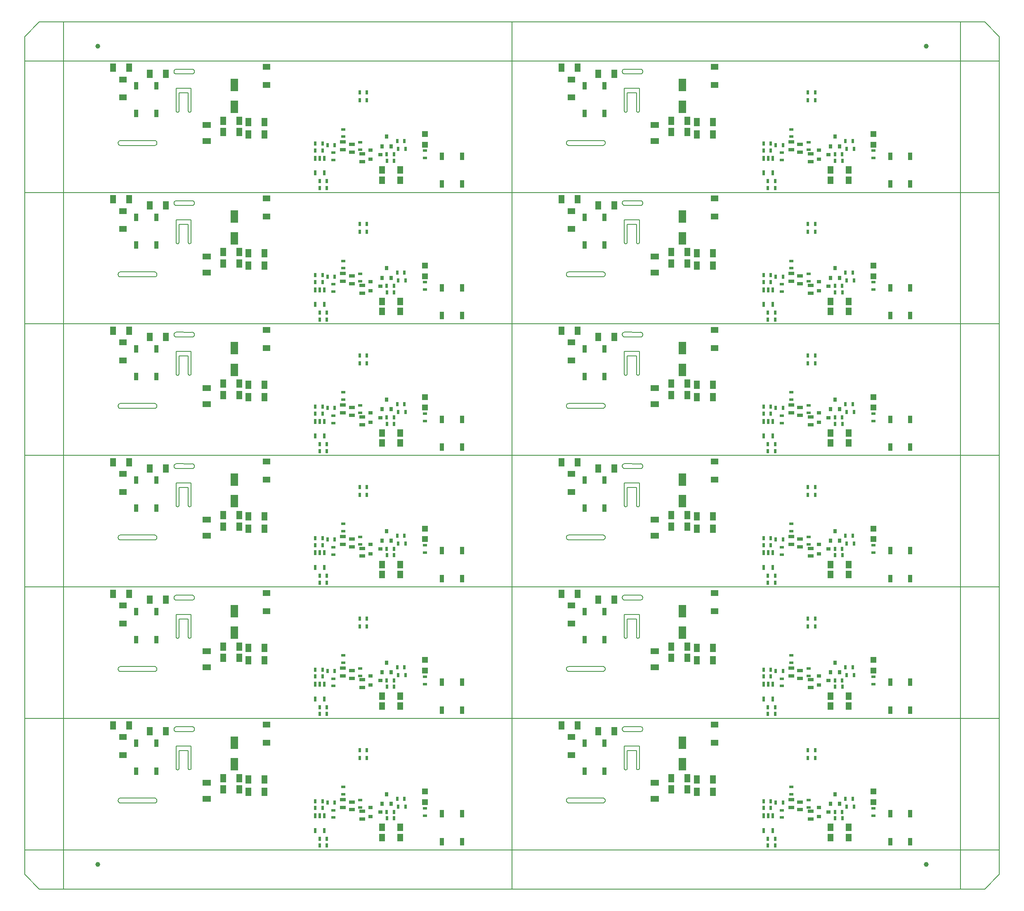
<source format=gbp>
*
%LPD*%
%LNs2b9624c.gbp*%
%FSLAX24Y24*%
%MOIN*%
%AD*%
%ADD18C,0.005906*%
%ADD19C,0.03937*%
%ADD25R,0.047244X0.066929*%
%ADD26R,0.061024X0.051181*%
%ADD27R,0.066929X0.047244*%
%ADD28R,0.035433X0.059055*%
%ADD29R,0.062992X0.100394*%
%ADD30R,0.019685X0.035433*%
%ADD31R,0.035433X0.019685*%
%ADD32R,0.051181X0.047244*%
%ADD33R,0.047244X0.031496*%
%ADD34R,0.035433X0.031496*%
%ADD35R,0.031496X0.035433*%
%ADD36R,0.051181X0.059055*%
%ADD37R,0.018898X0.04*%
G54D18*
%SRX1Y1I0.0J0.0*%
G1X75590Y3150D2*
G1X75590Y13780D1*
G1X39370Y13780D1*
G1X39370Y3150D1*
G1X75590Y3150D1*
G1X46674Y7349D2*
G1X43990Y7350D1*
G1X43991Y6950D2*
G1X43946Y6949D1*
G1X43903Y6958D1*
G1X43862Y6976D1*
G1X43827Y7003D1*
G1X43798Y7037D1*
G1X43777Y7077D1*
G1X43766Y7120D1*
G1X43764Y7164D1*
G1X43773Y7208D1*
G1X43790Y7249D1*
G1X43816Y7285D1*
G1X43850Y7315D1*
G1X43889Y7336D1*
G1X43931Y7348D1*
G1X43976Y7351D1*
G1X43990Y7350D1*
G1X43990Y6950D2*
G1X46674Y6949D1*
G1X46674Y7349D2*
G1X46718Y7350D1*
G1X46762Y7341D1*
G1X46803Y7322D1*
G1X46838Y7295D1*
G1X46867Y7261D1*
G1X46887Y7222D1*
G1X46899Y7179D1*
G1X46900Y7134D1*
G1X46892Y7091D1*
G1X46874Y7050D1*
G1X46848Y7014D1*
G1X46815Y6984D1*
G1X46776Y6963D1*
G1X46733Y6950D1*
G1X46689Y6948D1*
G1X46674Y6949D1*
G1X49691Y13106D2*
G1X48459Y13114D1*
G1X48488Y12719D2*
G1X48444Y12721D1*
G1X48402Y12732D1*
G1X48362Y12753D1*
G1X48329Y12781D1*
G1X48303Y12817D1*
G1X48285Y12857D1*
G1X48276Y12900D1*
G1X48277Y12944D1*
G1X48288Y12987D1*
G1X48309Y13026D1*
G1X48337Y13060D1*
G1X48372Y13087D1*
G1X48412Y13105D1*
G1X48456Y13114D1*
G1X48459Y13114D1*
G1X48488Y12719D2*
G1X49730Y12722D1*
G1X49691Y13106D2*
G1X49734Y13111D1*
G1X49778Y13106D1*
G1X49819Y13092D1*
G1X49856Y13069D1*
G1X49887Y13038D1*
G1X49910Y13001D1*
G1X49925Y12959D1*
G1X49930Y12916D1*
G1X49925Y12872D1*
G1X49910Y12831D1*
G1X49886Y12794D1*
G1X49855Y12763D1*
G1X49818Y12740D1*
G1X49777Y12726D1*
G1X49733Y12722D1*
G1X49730Y12722D1*
G1X49659Y9760D2*
G1X49659Y11565D1*
G1X48441Y11555D1*
G1X48441Y9750D1*
G1X48679Y9750D2*
G1X48675Y9716D1*
G1X48660Y9685D1*
G1X48638Y9659D1*
G1X48609Y9641D1*
G1X48576Y9632D1*
G1X48542Y9632D1*
G1X48509Y9642D1*
G1X48481Y9661D1*
G1X48459Y9687D1*
G1X48445Y9719D1*
G1X48441Y9750D1*
G1X48679Y9750D2*
G1X48679Y11200D1*
G1X49422Y11200D1*
G1X49422Y9750D1*
G1X49659Y9759D2*
G1X49656Y9726D1*
G1X49643Y9694D1*
G1X49621Y9667D1*
G1X49593Y9648D1*
G1X49561Y9637D1*
G1X49526Y9637D1*
G1X49494Y9645D1*
G1X49464Y9663D1*
G1X49442Y9689D1*
G1X49427Y9719D1*
G1X49422Y9750D1*
G1X75590Y13780D2*
G1X75590Y24409D1*
G1X39370Y24409D1*
G1X39370Y13780D1*
G1X75590Y13780D1*
G1X46674Y17979D2*
G1X43990Y17979D1*
G1X43991Y17579D2*
G1X43946Y17579D1*
G1X43903Y17588D1*
G1X43862Y17606D1*
G1X43827Y17633D1*
G1X43798Y17667D1*
G1X43777Y17707D1*
G1X43766Y17750D1*
G1X43764Y17794D1*
G1X43773Y17838D1*
G1X43790Y17879D1*
G1X43816Y17915D1*
G1X43850Y17944D1*
G1X43889Y17966D1*
G1X43931Y17978D1*
G1X43976Y17981D1*
G1X43990Y17979D1*
G1X43990Y17579D2*
G1X46674Y17579D1*
G1X46674Y17979D2*
G1X46718Y17980D1*
G1X46762Y17971D1*
G1X46803Y17952D1*
G1X46838Y17925D1*
G1X46867Y17891D1*
G1X46887Y17852D1*
G1X46899Y17809D1*
G1X46900Y17764D1*
G1X46892Y17720D1*
G1X46874Y17680D1*
G1X46848Y17643D1*
G1X46815Y17614D1*
G1X46776Y17593D1*
G1X46733Y17580D1*
G1X46689Y17578D1*
G1X46674Y17579D1*
G1X49691Y23736D2*
G1X48459Y23744D1*
G1X48488Y23349D2*
G1X48444Y23351D1*
G1X48402Y23362D1*
G1X48362Y23383D1*
G1X48329Y23411D1*
G1X48303Y23447D1*
G1X48285Y23487D1*
G1X48276Y23530D1*
G1X48277Y23574D1*
G1X48288Y23617D1*
G1X48309Y23656D1*
G1X48337Y23690D1*
G1X48372Y23717D1*
G1X48412Y23735D1*
G1X48456Y23744D1*
G1X48459Y23744D1*
G1X48488Y23349D2*
G1X49730Y23351D1*
G1X49691Y23736D2*
G1X49734Y23741D1*
G1X49778Y23736D1*
G1X49819Y23722D1*
G1X49856Y23699D1*
G1X49887Y23668D1*
G1X49910Y23631D1*
G1X49925Y23589D1*
G1X49930Y23546D1*
G1X49925Y23502D1*
G1X49910Y23461D1*
G1X49886Y23424D1*
G1X49855Y23393D1*
G1X49818Y23370D1*
G1X49777Y23356D1*
G1X49733Y23351D1*
G1X49730Y23351D1*
G1X49659Y20389D2*
G1X49659Y22195D1*
G1X48441Y22185D1*
G1X48441Y20379D1*
G1X48679Y20379D2*
G1X48675Y20346D1*
G1X48660Y20315D1*
G1X48638Y20289D1*
G1X48609Y20271D1*
G1X48576Y20261D1*
G1X48542Y20262D1*
G1X48509Y20272D1*
G1X48481Y20291D1*
G1X48459Y20317D1*
G1X48445Y20349D1*
G1X48441Y20379D1*
G1X48679Y20379D2*
G1X48679Y21830D1*
G1X49422Y21830D1*
G1X49422Y20379D1*
G1X49659Y20389D2*
G1X49656Y20355D1*
G1X49643Y20324D1*
G1X49621Y20297D1*
G1X49593Y20278D1*
G1X49561Y20267D1*
G1X49526Y20266D1*
G1X49494Y20275D1*
G1X49464Y20293D1*
G1X49442Y20318D1*
G1X49427Y20349D1*
G1X49422Y20379D1*
G1X75590Y24409D2*
G1X75590Y35039D1*
G1X39370Y35039D1*
G1X39370Y24409D1*
G1X75590Y24409D1*
G1X46674Y28609D2*
G1X43990Y28609D1*
G1X43991Y28209D2*
G1X43946Y28209D1*
G1X43903Y28218D1*
G1X43862Y28236D1*
G1X43827Y28263D1*
G1X43798Y28297D1*
G1X43777Y28337D1*
G1X43766Y28380D1*
G1X43764Y28424D1*
G1X43773Y28468D1*
G1X43790Y28509D1*
G1X43816Y28545D1*
G1X43850Y28574D1*
G1X43889Y28596D1*
G1X43931Y28608D1*
G1X43976Y28611D1*
G1X43990Y28609D1*
G1X43990Y28209D2*
G1X46674Y28209D1*
G1X46674Y28609D2*
G1X46718Y28610D1*
G1X46762Y28600D1*
G1X46803Y28582D1*
G1X46838Y28555D1*
G1X46867Y28521D1*
G1X46887Y28482D1*
G1X46899Y28439D1*
G1X46900Y28394D1*
G1X46892Y28350D1*
G1X46874Y28309D1*
G1X46848Y28273D1*
G1X46815Y28244D1*
G1X46776Y28223D1*
G1X46733Y28210D1*
G1X46689Y28208D1*
G1X46674Y28209D1*
G1X49691Y34366D2*
G1X48459Y34374D1*
G1X48488Y33979D2*
G1X48444Y33980D1*
G1X48402Y33992D1*
G1X48362Y34012D1*
G1X48329Y34041D1*
G1X48303Y34076D1*
G1X48285Y34117D1*
G1X48276Y34160D1*
G1X48277Y34204D1*
G1X48288Y34247D1*
G1X48309Y34286D1*
G1X48337Y34320D1*
G1X48372Y34346D1*
G1X48412Y34365D1*
G1X48456Y34373D1*
G1X48459Y34374D1*
G1X48488Y33979D2*
G1X49730Y33981D1*
G1X49691Y34366D2*
G1X49734Y34371D1*
G1X49778Y34366D1*
G1X49819Y34352D1*
G1X49856Y34328D1*
G1X49887Y34297D1*
G1X49910Y34260D1*
G1X49925Y34219D1*
G1X49930Y34175D1*
G1X49925Y34132D1*
G1X49910Y34091D1*
G1X49886Y34054D1*
G1X49855Y34023D1*
G1X49818Y34000D1*
G1X49777Y33986D1*
G1X49733Y33981D1*
G1X49730Y33981D1*
G1X49659Y31019D2*
G1X49659Y32825D1*
G1X48441Y32815D1*
G1X48441Y31009D1*
G1X48679Y31009D2*
G1X48675Y30976D1*
G1X48660Y30945D1*
G1X48638Y30919D1*
G1X48609Y30901D1*
G1X48576Y30891D1*
G1X48542Y30892D1*
G1X48509Y30902D1*
G1X48481Y30921D1*
G1X48459Y30947D1*
G1X48445Y30979D1*
G1X48441Y31009D1*
G1X48679Y31009D2*
G1X48679Y32459D1*
G1X49422Y32459D1*
G1X49422Y31009D1*
G1X49659Y31019D2*
G1X49656Y30985D1*
G1X49643Y30954D1*
G1X49621Y30927D1*
G1X49593Y30908D1*
G1X49561Y30897D1*
G1X49526Y30896D1*
G1X49494Y30905D1*
G1X49464Y30923D1*
G1X49442Y30948D1*
G1X49427Y30979D1*
G1X49422Y31009D1*
G1X75590Y35039D2*
G1X75590Y45669D1*
G1X39370Y45669D1*
G1X39370Y35039D1*
G1X75590Y35039D1*
G1X46674Y39239D2*
G1X43990Y39239D1*
G1X43991Y38839D2*
G1X43946Y38839D1*
G1X43903Y38848D1*
G1X43862Y38866D1*
G1X43827Y38893D1*
G1X43798Y38927D1*
G1X43777Y38967D1*
G1X43766Y39010D1*
G1X43764Y39054D1*
G1X43773Y39098D1*
G1X43790Y39139D1*
G1X43816Y39175D1*
G1X43850Y39204D1*
G1X43889Y39226D1*
G1X43931Y39238D1*
G1X43976Y39241D1*
G1X43990Y39239D1*
G1X43990Y38839D2*
G1X46674Y38839D1*
G1X46674Y39239D2*
G1X46718Y39240D1*
G1X46762Y39230D1*
G1X46803Y39212D1*
G1X46838Y39185D1*
G1X46867Y39151D1*
G1X46887Y39111D1*
G1X46899Y39068D1*
G1X46900Y39024D1*
G1X46892Y38980D1*
G1X46874Y38939D1*
G1X46848Y38903D1*
G1X46815Y38874D1*
G1X46776Y38852D1*
G1X46733Y38840D1*
G1X46689Y38838D1*
G1X46674Y38839D1*
G1X49691Y44996D2*
G1X48459Y45004D1*
G1X48488Y44609D2*
G1X48444Y44610D1*
G1X48402Y44622D1*
G1X48362Y44642D1*
G1X48329Y44671D1*
G1X48303Y44706D1*
G1X48285Y44747D1*
G1X48276Y44790D1*
G1X48277Y44834D1*
G1X48288Y44877D1*
G1X48309Y44916D1*
G1X48337Y44950D1*
G1X48372Y44976D1*
G1X48412Y44995D1*
G1X48456Y45003D1*
G1X48459Y45004D1*
G1X48488Y44609D2*
G1X49730Y44611D1*
G1X49691Y44996D2*
G1X49734Y45001D1*
G1X49778Y44996D1*
G1X49819Y44982D1*
G1X49856Y44958D1*
G1X49887Y44927D1*
G1X49910Y44890D1*
G1X49925Y44849D1*
G1X49930Y44805D1*
G1X49925Y44762D1*
G1X49910Y44721D1*
G1X49886Y44684D1*
G1X49855Y44653D1*
G1X49818Y44630D1*
G1X49777Y44616D1*
G1X49733Y44611D1*
G1X49730Y44611D1*
G1X49659Y41649D2*
G1X49659Y43455D1*
G1X48441Y43445D1*
G1X48441Y41639D1*
G1X48679Y41639D2*
G1X48675Y41605D1*
G1X48660Y41574D1*
G1X48638Y41549D1*
G1X48609Y41531D1*
G1X48576Y41521D1*
G1X48542Y41522D1*
G1X48509Y41532D1*
G1X48481Y41551D1*
G1X48459Y41577D1*
G1X48445Y41608D1*
G1X48441Y41639D1*
G1X48679Y41639D2*
G1X48679Y43089D1*
G1X49422Y43089D1*
G1X49422Y41639D1*
G1X49659Y41649D2*
G1X49656Y41615D1*
G1X49643Y41584D1*
G1X49621Y41557D1*
G1X49593Y41538D1*
G1X49561Y41527D1*
G1X49526Y41526D1*
G1X49494Y41535D1*
G1X49464Y41553D1*
G1X49442Y41578D1*
G1X49427Y41609D1*
G1X49422Y41639D1*
G1X75590Y45669D2*
G1X75590Y56299D1*
G1X39370Y56299D1*
G1X39370Y45669D1*
G1X75590Y45669D1*
G1X46674Y49869D2*
G1X43990Y49869D1*
G1X43991Y49469D2*
G1X43946Y49469D1*
G1X43903Y49478D1*
G1X43862Y49496D1*
G1X43827Y49523D1*
G1X43798Y49557D1*
G1X43777Y49597D1*
G1X43766Y49640D1*
G1X43764Y49684D1*
G1X43773Y49728D1*
G1X43790Y49769D1*
G1X43816Y49805D1*
G1X43850Y49834D1*
G1X43889Y49856D1*
G1X43931Y49868D1*
G1X43976Y49871D1*
G1X43990Y49869D1*
G1X43990Y49469D2*
G1X46674Y49469D1*
G1X46674Y49869D2*
G1X46718Y49870D1*
G1X46762Y49860D1*
G1X46803Y49842D1*
G1X46838Y49815D1*
G1X46867Y49781D1*
G1X46887Y49741D1*
G1X46899Y49698D1*
G1X46900Y49654D1*
G1X46892Y49610D1*
G1X46874Y49569D1*
G1X46848Y49533D1*
G1X46815Y49504D1*
G1X46776Y49482D1*
G1X46733Y49470D1*
G1X46689Y49468D1*
G1X46674Y49469D1*
G1X49691Y55626D2*
G1X48459Y55633D1*
G1X48488Y55239D2*
G1X48444Y55240D1*
G1X48402Y55252D1*
G1X48362Y55272D1*
G1X48329Y55301D1*
G1X48303Y55336D1*
G1X48285Y55376D1*
G1X48276Y55420D1*
G1X48277Y55464D1*
G1X48288Y55507D1*
G1X48309Y55546D1*
G1X48337Y55580D1*
G1X48372Y55606D1*
G1X48412Y55624D1*
G1X48456Y55633D1*
G1X48459Y55633D1*
G1X48488Y55239D2*
G1X49730Y55241D1*
G1X49691Y55626D2*
G1X49734Y55631D1*
G1X49778Y55626D1*
G1X49819Y55612D1*
G1X49856Y55588D1*
G1X49887Y55557D1*
G1X49910Y55520D1*
G1X49925Y55479D1*
G1X49930Y55435D1*
G1X49925Y55392D1*
G1X49910Y55351D1*
G1X49886Y55314D1*
G1X49855Y55283D1*
G1X49818Y55260D1*
G1X49777Y55246D1*
G1X49733Y55241D1*
G1X49730Y55241D1*
G1X49659Y52279D2*
G1X49659Y54085D1*
G1X48441Y54075D1*
G1X48441Y52269D1*
G1X48679Y52269D2*
G1X48675Y52235D1*
G1X48660Y52204D1*
G1X48638Y52179D1*
G1X48609Y52161D1*
G1X48576Y52151D1*
G1X48542Y52152D1*
G1X48509Y52162D1*
G1X48481Y52181D1*
G1X48459Y52207D1*
G1X48445Y52238D1*
G1X48441Y52269D1*
G1X48679Y52269D2*
G1X48679Y53719D1*
G1X49422Y53719D1*
G1X49422Y52269D1*
G1X49659Y52279D2*
G1X49656Y52245D1*
G1X49643Y52214D1*
G1X49621Y52187D1*
G1X49593Y52168D1*
G1X49561Y52157D1*
G1X49526Y52156D1*
G1X49494Y52165D1*
G1X49464Y52183D1*
G1X49442Y52208D1*
G1X49427Y52239D1*
G1X49422Y52269D1*
G1X75590Y56299D2*
G1X75590Y66929D1*
G1X39370Y66929D1*
G1X39370Y56299D1*
G1X75590Y56299D1*
G1X46674Y60499D2*
G1X43990Y60499D1*
G1X43991Y60099D2*
G1X43946Y60098D1*
G1X43903Y60107D1*
G1X43862Y60126D1*
G1X43827Y60153D1*
G1X43798Y60187D1*
G1X43777Y60226D1*
G1X43766Y60269D1*
G1X43764Y60314D1*
G1X43773Y60358D1*
G1X43790Y60399D1*
G1X43816Y60435D1*
G1X43850Y60464D1*
G1X43889Y60485D1*
G1X43931Y60498D1*
G1X43976Y60500D1*
G1X43990Y60499D1*
G1X43990Y60099D2*
G1X46674Y60099D1*
G1X46674Y60499D2*
G1X46718Y60499D1*
G1X46762Y60490D1*
G1X46803Y60472D1*
G1X46838Y60445D1*
G1X46867Y60411D1*
G1X46887Y60371D1*
G1X46899Y60328D1*
G1X46900Y60284D1*
G1X46892Y60240D1*
G1X46874Y60199D1*
G1X46848Y60163D1*
G1X46815Y60134D1*
G1X46776Y60112D1*
G1X46733Y60100D1*
G1X46689Y60097D1*
G1X46674Y60099D1*
G1X49691Y66256D2*
G1X48459Y66263D1*
G1X48488Y65869D2*
G1X48444Y65870D1*
G1X48402Y65882D1*
G1X48362Y65902D1*
G1X48329Y65931D1*
G1X48303Y65966D1*
G1X48285Y66006D1*
G1X48276Y66050D1*
G1X48277Y66094D1*
G1X48288Y66136D1*
G1X48309Y66176D1*
G1X48337Y66209D1*
G1X48372Y66236D1*
G1X48412Y66254D1*
G1X48456Y66263D1*
G1X48459Y66263D1*
G1X48488Y65869D2*
G1X49730Y65871D1*
G1X49691Y66256D2*
G1X49734Y66261D1*
G1X49778Y66256D1*
G1X49819Y66241D1*
G1X49856Y66218D1*
G1X49887Y66187D1*
G1X49910Y66150D1*
G1X49925Y66109D1*
G1X49930Y66065D1*
G1X49925Y66022D1*
G1X49910Y65980D1*
G1X49886Y65944D1*
G1X49855Y65913D1*
G1X49818Y65890D1*
G1X49777Y65875D1*
G1X49733Y65871D1*
G1X49730Y65871D1*
G1X49659Y62909D2*
G1X49659Y64715D1*
G1X48441Y64705D1*
G1X48441Y62899D1*
G1X48679Y62899D2*
G1X48675Y62865D1*
G1X48660Y62834D1*
G1X48638Y62809D1*
G1X48609Y62790D1*
G1X48576Y62781D1*
G1X48542Y62782D1*
G1X48509Y62792D1*
G1X48481Y62811D1*
G1X48459Y62837D1*
G1X48445Y62868D1*
G1X48441Y62899D1*
G1X48679Y62899D2*
G1X48679Y64349D1*
G1X49422Y64349D1*
G1X49422Y62899D1*
G1X49659Y62909D2*
G1X49656Y62875D1*
G1X49643Y62843D1*
G1X49621Y62817D1*
G1X49593Y62798D1*
G1X49561Y62787D1*
G1X49526Y62786D1*
G1X49494Y62795D1*
G1X49464Y62813D1*
G1X49442Y62838D1*
G1X49427Y62869D1*
G1X49422Y62899D1*
G1X39370Y3150D2*
G1X39370Y13780D1*
G1X3150Y13780D1*
G1X3150Y3150D1*
G1X39370Y3150D1*
G1X10454Y7349D2*
G1X7770Y7350D1*
G1X7770Y6950D2*
G1X7726Y6949D1*
G1X7682Y6958D1*
G1X7642Y6976D1*
G1X7606Y7003D1*
G1X7577Y7037D1*
G1X7557Y7077D1*
G1X7546Y7120D1*
G1X7544Y7164D1*
G1X7552Y7208D1*
G1X7570Y7249D1*
G1X7596Y7285D1*
G1X7629Y7315D1*
G1X7668Y7336D1*
G1X7711Y7348D1*
G1X7755Y7351D1*
G1X7770Y7350D1*
G1X7770Y6950D2*
G1X10454Y6949D1*
G1X10453Y7349D2*
G1X10498Y7350D1*
G1X10542Y7341D1*
G1X10582Y7322D1*
G1X10618Y7295D1*
G1X10646Y7261D1*
G1X10667Y7222D1*
G1X10678Y7179D1*
G1X10680Y7134D1*
G1X10672Y7091D1*
G1X10654Y7050D1*
G1X10628Y7014D1*
G1X10594Y6984D1*
G1X10555Y6963D1*
G1X10513Y6950D1*
G1X10468Y6948D1*
G1X10454Y6949D1*
G1X13470Y13106D2*
G1X12238Y13114D1*
G1X12268Y12719D2*
G1X12224Y12721D1*
G1X12181Y12732D1*
G1X12142Y12753D1*
G1X12109Y12781D1*
G1X12082Y12817D1*
G1X12064Y12857D1*
G1X12056Y12900D1*
G1X12057Y12944D1*
G1X12068Y12987D1*
G1X12088Y13026D1*
G1X12117Y13060D1*
G1X12152Y13087D1*
G1X12192Y13105D1*
G1X12235Y13114D1*
G1X12238Y13114D1*
G1X12268Y12719D2*
G1X13510Y12722D1*
G1X13471Y13106D2*
G1X13514Y13111D1*
G1X13558Y13106D1*
G1X13599Y13092D1*
G1X13636Y13069D1*
G1X13667Y13038D1*
G1X13690Y13001D1*
G1X13704Y12959D1*
G1X13709Y12916D1*
G1X13704Y12872D1*
G1X13689Y12831D1*
G1X13666Y12794D1*
G1X13635Y12763D1*
G1X13598Y12740D1*
G1X13556Y12726D1*
G1X13513Y12722D1*
G1X13510Y12722D1*
G1X13439Y9760D2*
G1X13439Y11565D1*
G1X12221Y11555D1*
G1X12221Y9750D1*
G1X12459Y9750D2*
G1X12454Y9716D1*
G1X12440Y9685D1*
G1X12417Y9659D1*
G1X12388Y9641D1*
G1X12356Y9632D1*
G1X12321Y9632D1*
G1X12289Y9642D1*
G1X12260Y9661D1*
G1X12239Y9687D1*
G1X12225Y9719D1*
G1X12221Y9750D1*
G1X12459Y9750D2*
G1X12459Y11200D1*
G1X13201Y11200D1*
G1X13201Y9750D1*
G1X13439Y9759D2*
G1X13435Y9726D1*
G1X13422Y9694D1*
G1X13401Y9667D1*
G1X13373Y9648D1*
G1X13340Y9637D1*
G1X13306Y9637D1*
G1X13273Y9645D1*
G1X13244Y9663D1*
G1X13221Y9689D1*
G1X13206Y9719D1*
G1X13201Y9750D1*
G1X39370Y13780D2*
G1X39370Y24409D1*
G1X3150Y24409D1*
G1X3150Y13780D1*
G1X39370Y13780D1*
G1X10454Y17979D2*
G1X7770Y17979D1*
G1X7770Y17579D2*
G1X7726Y17579D1*
G1X7682Y17588D1*
G1X7642Y17606D1*
G1X7606Y17633D1*
G1X7577Y17667D1*
G1X7557Y17707D1*
G1X7546Y17750D1*
G1X7544Y17794D1*
G1X7552Y17838D1*
G1X7570Y17879D1*
G1X7596Y17915D1*
G1X7629Y17944D1*
G1X7668Y17966D1*
G1X7711Y17978D1*
G1X7755Y17981D1*
G1X7770Y17979D1*
G1X7770Y17579D2*
G1X10454Y17579D1*
G1X10453Y17979D2*
G1X10498Y17980D1*
G1X10542Y17971D1*
G1X10582Y17952D1*
G1X10618Y17925D1*
G1X10646Y17891D1*
G1X10667Y17852D1*
G1X10678Y17809D1*
G1X10680Y17764D1*
G1X10672Y17720D1*
G1X10654Y17680D1*
G1X10628Y17643D1*
G1X10594Y17614D1*
G1X10555Y17593D1*
G1X10513Y17580D1*
G1X10468Y17578D1*
G1X10454Y17579D1*
G1X13470Y23736D2*
G1X12238Y23744D1*
G1X12268Y23349D2*
G1X12224Y23351D1*
G1X12181Y23362D1*
G1X12142Y23383D1*
G1X12109Y23411D1*
G1X12082Y23447D1*
G1X12064Y23487D1*
G1X12056Y23530D1*
G1X12057Y23574D1*
G1X12068Y23617D1*
G1X12088Y23656D1*
G1X12117Y23690D1*
G1X12152Y23717D1*
G1X12192Y23735D1*
G1X12235Y23744D1*
G1X12238Y23744D1*
G1X12268Y23349D2*
G1X13510Y23351D1*
G1X13471Y23736D2*
G1X13514Y23741D1*
G1X13558Y23736D1*
G1X13599Y23722D1*
G1X13636Y23699D1*
G1X13667Y23668D1*
G1X13690Y23631D1*
G1X13704Y23589D1*
G1X13709Y23546D1*
G1X13704Y23502D1*
G1X13689Y23461D1*
G1X13666Y23424D1*
G1X13635Y23393D1*
G1X13598Y23370D1*
G1X13556Y23356D1*
G1X13513Y23351D1*
G1X13510Y23351D1*
G1X13439Y20389D2*
G1X13439Y22195D1*
G1X12221Y22185D1*
G1X12221Y20379D1*
G1X12459Y20379D2*
G1X12454Y20346D1*
G1X12440Y20315D1*
G1X12417Y20289D1*
G1X12388Y20271D1*
G1X12356Y20261D1*
G1X12321Y20262D1*
G1X12289Y20272D1*
G1X12260Y20291D1*
G1X12239Y20317D1*
G1X12225Y20349D1*
G1X12221Y20379D1*
G1X12459Y20379D2*
G1X12459Y21830D1*
G1X13201Y21830D1*
G1X13201Y20379D1*
G1X13439Y20389D2*
G1X13435Y20355D1*
G1X13422Y20324D1*
G1X13401Y20297D1*
G1X13373Y20278D1*
G1X13340Y20267D1*
G1X13306Y20266D1*
G1X13273Y20275D1*
G1X13244Y20293D1*
G1X13221Y20318D1*
G1X13206Y20349D1*
G1X13201Y20379D1*
G1X39370Y24409D2*
G1X39370Y35039D1*
G1X3150Y35039D1*
G1X3150Y24409D1*
G1X39370Y24409D1*
G1X10454Y28609D2*
G1X7770Y28609D1*
G1X7770Y28209D2*
G1X7726Y28209D1*
G1X7682Y28218D1*
G1X7642Y28236D1*
G1X7606Y28263D1*
G1X7577Y28297D1*
G1X7557Y28337D1*
G1X7546Y28380D1*
G1X7544Y28424D1*
G1X7552Y28468D1*
G1X7570Y28509D1*
G1X7596Y28545D1*
G1X7629Y28574D1*
G1X7668Y28596D1*
G1X7711Y28608D1*
G1X7755Y28611D1*
G1X7770Y28609D1*
G1X7770Y28209D2*
G1X10454Y28209D1*
G1X10453Y28609D2*
G1X10498Y28610D1*
G1X10542Y28600D1*
G1X10582Y28582D1*
G1X10618Y28555D1*
G1X10646Y28521D1*
G1X10667Y28482D1*
G1X10678Y28439D1*
G1X10680Y28394D1*
G1X10672Y28350D1*
G1X10654Y28309D1*
G1X10628Y28273D1*
G1X10594Y28244D1*
G1X10555Y28223D1*
G1X10513Y28210D1*
G1X10468Y28208D1*
G1X10454Y28209D1*
G1X13470Y34366D2*
G1X12238Y34374D1*
G1X12268Y33979D2*
G1X12224Y33980D1*
G1X12181Y33992D1*
G1X12142Y34012D1*
G1X12109Y34041D1*
G1X12082Y34076D1*
G1X12064Y34117D1*
G1X12056Y34160D1*
G1X12057Y34204D1*
G1X12068Y34247D1*
G1X12088Y34286D1*
G1X12117Y34320D1*
G1X12152Y34346D1*
G1X12192Y34365D1*
G1X12235Y34373D1*
G1X12238Y34374D1*
G1X12268Y33979D2*
G1X13510Y33981D1*
G1X13471Y34366D2*
G1X13514Y34371D1*
G1X13558Y34366D1*
G1X13599Y34352D1*
G1X13636Y34328D1*
G1X13667Y34297D1*
G1X13690Y34260D1*
G1X13704Y34219D1*
G1X13709Y34175D1*
G1X13704Y34132D1*
G1X13689Y34091D1*
G1X13666Y34054D1*
G1X13635Y34023D1*
G1X13598Y34000D1*
G1X13556Y33986D1*
G1X13513Y33981D1*
G1X13510Y33981D1*
G1X13439Y31019D2*
G1X13439Y32825D1*
G1X12221Y32815D1*
G1X12221Y31009D1*
G1X12459Y31009D2*
G1X12454Y30976D1*
G1X12440Y30945D1*
G1X12417Y30919D1*
G1X12388Y30901D1*
G1X12356Y30891D1*
G1X12321Y30892D1*
G1X12289Y30902D1*
G1X12260Y30921D1*
G1X12239Y30947D1*
G1X12225Y30979D1*
G1X12221Y31009D1*
G1X12459Y31009D2*
G1X12459Y32459D1*
G1X13201Y32459D1*
G1X13201Y31009D1*
G1X13439Y31019D2*
G1X13435Y30985D1*
G1X13422Y30954D1*
G1X13401Y30927D1*
G1X13373Y30908D1*
G1X13340Y30897D1*
G1X13306Y30896D1*
G1X13273Y30905D1*
G1X13244Y30923D1*
G1X13221Y30948D1*
G1X13206Y30979D1*
G1X13201Y31009D1*
G1X39370Y35039D2*
G1X39370Y45669D1*
G1X3150Y45669D1*
G1X3150Y35039D1*
G1X39370Y35039D1*
G1X10454Y39239D2*
G1X7770Y39239D1*
G1X7770Y38839D2*
G1X7726Y38839D1*
G1X7682Y38848D1*
G1X7642Y38866D1*
G1X7606Y38893D1*
G1X7577Y38927D1*
G1X7557Y38967D1*
G1X7546Y39010D1*
G1X7544Y39054D1*
G1X7552Y39098D1*
G1X7570Y39139D1*
G1X7596Y39175D1*
G1X7629Y39204D1*
G1X7668Y39226D1*
G1X7711Y39238D1*
G1X7755Y39241D1*
G1X7770Y39239D1*
G1X7770Y38839D2*
G1X10454Y38839D1*
G1X10453Y39239D2*
G1X10498Y39240D1*
G1X10542Y39230D1*
G1X10582Y39212D1*
G1X10618Y39185D1*
G1X10646Y39151D1*
G1X10667Y39111D1*
G1X10678Y39068D1*
G1X10680Y39024D1*
G1X10672Y38980D1*
G1X10654Y38939D1*
G1X10628Y38903D1*
G1X10594Y38874D1*
G1X10555Y38852D1*
G1X10513Y38840D1*
G1X10468Y38838D1*
G1X10454Y38839D1*
G1X13470Y44996D2*
G1X12238Y45004D1*
G1X12268Y44609D2*
G1X12224Y44610D1*
G1X12181Y44622D1*
G1X12142Y44642D1*
G1X12109Y44671D1*
G1X12082Y44706D1*
G1X12064Y44747D1*
G1X12056Y44790D1*
G1X12057Y44834D1*
G1X12068Y44877D1*
G1X12088Y44916D1*
G1X12117Y44950D1*
G1X12152Y44976D1*
G1X12192Y44995D1*
G1X12235Y45003D1*
G1X12238Y45004D1*
G1X12268Y44609D2*
G1X13510Y44611D1*
G1X13471Y44996D2*
G1X13514Y45001D1*
G1X13558Y44996D1*
G1X13599Y44982D1*
G1X13636Y44958D1*
G1X13667Y44927D1*
G1X13690Y44890D1*
G1X13704Y44849D1*
G1X13709Y44805D1*
G1X13704Y44762D1*
G1X13689Y44721D1*
G1X13666Y44684D1*
G1X13635Y44653D1*
G1X13598Y44630D1*
G1X13556Y44616D1*
G1X13513Y44611D1*
G1X13510Y44611D1*
G1X13439Y41649D2*
G1X13439Y43455D1*
G1X12221Y43445D1*
G1X12221Y41639D1*
G1X12459Y41639D2*
G1X12454Y41605D1*
G1X12440Y41574D1*
G1X12417Y41549D1*
G1X12388Y41531D1*
G1X12356Y41521D1*
G1X12321Y41522D1*
G1X12289Y41532D1*
G1X12260Y41551D1*
G1X12239Y41577D1*
G1X12225Y41608D1*
G1X12221Y41639D1*
G1X12459Y41639D2*
G1X12459Y43089D1*
G1X13201Y43089D1*
G1X13201Y41639D1*
G1X13439Y41649D2*
G1X13435Y41615D1*
G1X13422Y41584D1*
G1X13401Y41557D1*
G1X13373Y41538D1*
G1X13340Y41527D1*
G1X13306Y41526D1*
G1X13273Y41535D1*
G1X13244Y41553D1*
G1X13221Y41578D1*
G1X13206Y41609D1*
G1X13201Y41639D1*
G1X39370Y45669D2*
G1X39370Y56299D1*
G1X3150Y56299D1*
G1X3150Y45669D1*
G1X39370Y45669D1*
G1X10454Y49869D2*
G1X7770Y49869D1*
G1X7770Y49469D2*
G1X7726Y49469D1*
G1X7682Y49478D1*
G1X7642Y49496D1*
G1X7606Y49523D1*
G1X7577Y49557D1*
G1X7557Y49597D1*
G1X7546Y49640D1*
G1X7544Y49684D1*
G1X7552Y49728D1*
G1X7570Y49769D1*
G1X7596Y49805D1*
G1X7629Y49834D1*
G1X7668Y49856D1*
G1X7711Y49868D1*
G1X7755Y49871D1*
G1X7770Y49869D1*
G1X7770Y49469D2*
G1X10454Y49469D1*
G1X10453Y49869D2*
G1X10498Y49870D1*
G1X10542Y49860D1*
G1X10582Y49842D1*
G1X10618Y49815D1*
G1X10646Y49781D1*
G1X10667Y49741D1*
G1X10678Y49698D1*
G1X10680Y49654D1*
G1X10672Y49610D1*
G1X10654Y49569D1*
G1X10628Y49533D1*
G1X10594Y49504D1*
G1X10555Y49482D1*
G1X10513Y49470D1*
G1X10468Y49468D1*
G1X10454Y49469D1*
G1X13470Y55626D2*
G1X12238Y55633D1*
G1X12268Y55239D2*
G1X12224Y55240D1*
G1X12181Y55252D1*
G1X12142Y55272D1*
G1X12109Y55301D1*
G1X12082Y55336D1*
G1X12064Y55376D1*
G1X12056Y55420D1*
G1X12057Y55464D1*
G1X12068Y55507D1*
G1X12088Y55546D1*
G1X12117Y55580D1*
G1X12152Y55606D1*
G1X12192Y55624D1*
G1X12235Y55633D1*
G1X12238Y55633D1*
G1X12268Y55239D2*
G1X13510Y55241D1*
G1X13471Y55626D2*
G1X13514Y55631D1*
G1X13558Y55626D1*
G1X13599Y55612D1*
G1X13636Y55588D1*
G1X13667Y55557D1*
G1X13690Y55520D1*
G1X13704Y55479D1*
G1X13709Y55435D1*
G1X13704Y55392D1*
G1X13689Y55351D1*
G1X13666Y55314D1*
G1X13635Y55283D1*
G1X13598Y55260D1*
G1X13556Y55246D1*
G1X13513Y55241D1*
G1X13510Y55241D1*
G1X13439Y52279D2*
G1X13439Y54085D1*
G1X12221Y54075D1*
G1X12221Y52269D1*
G1X12459Y52269D2*
G1X12454Y52235D1*
G1X12440Y52204D1*
G1X12417Y52179D1*
G1X12388Y52161D1*
G1X12356Y52151D1*
G1X12321Y52152D1*
G1X12289Y52162D1*
G1X12260Y52181D1*
G1X12239Y52207D1*
G1X12225Y52238D1*
G1X12221Y52269D1*
G1X12459Y52269D2*
G1X12459Y53719D1*
G1X13201Y53719D1*
G1X13201Y52269D1*
G1X13439Y52279D2*
G1X13435Y52245D1*
G1X13422Y52214D1*
G1X13401Y52187D1*
G1X13373Y52168D1*
G1X13340Y52157D1*
G1X13306Y52156D1*
G1X13273Y52165D1*
G1X13244Y52183D1*
G1X13221Y52208D1*
G1X13206Y52239D1*
G1X13201Y52269D1*
G1X39370Y56299D2*
G1X39370Y66929D1*
G1X3150Y66929D1*
G1X3150Y56299D1*
G1X39370Y56299D1*
G1X10454Y60499D2*
G1X7770Y60499D1*
G1X7770Y60099D2*
G1X7726Y60098D1*
G1X7682Y60107D1*
G1X7642Y60126D1*
G1X7606Y60153D1*
G1X7577Y60187D1*
G1X7557Y60226D1*
G1X7546Y60269D1*
G1X7544Y60314D1*
G1X7552Y60358D1*
G1X7570Y60399D1*
G1X7596Y60435D1*
G1X7629Y60464D1*
G1X7668Y60485D1*
G1X7711Y60498D1*
G1X7755Y60500D1*
G1X7770Y60499D1*
G1X7770Y60099D2*
G1X10454Y60099D1*
G1X10453Y60499D2*
G1X10498Y60499D1*
G1X10542Y60490D1*
G1X10582Y60472D1*
G1X10618Y60445D1*
G1X10646Y60411D1*
G1X10667Y60371D1*
G1X10678Y60328D1*
G1X10680Y60284D1*
G1X10672Y60240D1*
G1X10654Y60199D1*
G1X10628Y60163D1*
G1X10594Y60134D1*
G1X10555Y60112D1*
G1X10513Y60100D1*
G1X10468Y60097D1*
G1X10454Y60099D1*
G1X13470Y66256D2*
G1X12238Y66263D1*
G1X12268Y65869D2*
G1X12224Y65870D1*
G1X12181Y65882D1*
G1X12142Y65902D1*
G1X12109Y65931D1*
G1X12082Y65966D1*
G1X12064Y66006D1*
G1X12056Y66050D1*
G1X12057Y66094D1*
G1X12068Y66136D1*
G1X12088Y66176D1*
G1X12117Y66209D1*
G1X12152Y66236D1*
G1X12192Y66254D1*
G1X12235Y66263D1*
G1X12238Y66263D1*
G1X12268Y65869D2*
G1X13510Y65871D1*
G1X13471Y66256D2*
G1X13514Y66261D1*
G1X13558Y66256D1*
G1X13599Y66241D1*
G1X13636Y66218D1*
G1X13667Y66187D1*
G1X13690Y66150D1*
G1X13704Y66109D1*
G1X13709Y66065D1*
G1X13704Y66022D1*
G1X13689Y65980D1*
G1X13666Y65944D1*
G1X13635Y65913D1*
G1X13598Y65890D1*
G1X13556Y65875D1*
G1X13513Y65871D1*
G1X13510Y65871D1*
G1X13439Y62909D2*
G1X13439Y64715D1*
G1X12221Y64705D1*
G1X12221Y62899D1*
G1X12459Y62899D2*
G1X12454Y62865D1*
G1X12440Y62834D1*
G1X12417Y62809D1*
G1X12388Y62790D1*
G1X12356Y62781D1*
G1X12321Y62782D1*
G1X12289Y62792D1*
G1X12260Y62811D1*
G1X12239Y62837D1*
G1X12225Y62868D1*
G1X12221Y62899D1*
G1X12459Y62899D2*
G1X12459Y64349D1*
G1X13201Y64349D1*
G1X13201Y62899D1*
G1X13439Y62909D2*
G1X13435Y62875D1*
G1X13422Y62843D1*
G1X13401Y62817D1*
G1X13373Y62798D1*
G1X13340Y62787D1*
G1X13306Y62786D1*
G1X13273Y62795D1*
G1X13244Y62813D1*
G1X13221Y62838D1*
G1X13206Y62869D1*
G1X13201Y62899D1*
G1X77559Y0D2*
G1X75590Y0D1*
G1X75590Y70079D1*
G1X77559Y70079D1*
G1X78740Y68897D2*
G1X78740Y1181D1*
G1X3150Y0D2*
G1X3150Y70079D1*
G1X1181Y70079D1*
G1X0Y68897D2*
G1X0Y1181D1*
G1X78740Y1181D2*
G1X78740Y3150D1*
G1X0Y3150D1*
G1X0Y1181D1*
G1X1181Y0D2*
G1X77559Y0D1*
G1X78740Y68897D2*
G1X78740Y66929D1*
G1X0Y66929D1*
G1X0Y68897D1*
G1X1181Y70079D2*
G1X77559Y70079D1*
G1X39370Y66929D2*
G1X39370Y70079D1*
G1X3150Y56299D2*
G1X0Y56299D1*
G1X3150Y45669D2*
G1X0Y45669D1*
G1X3150Y35039D2*
G1X0Y35039D1*
G1X3150Y24409D2*
G1X0Y24409D1*
G1X3150Y13780D2*
G1X0Y13780D1*
G1X75590Y13780D2*
G1X78740Y13780D1*
G1X75590Y24409D2*
G1X78740Y24409D1*
G1X75590Y35039D2*
G1X78740Y35039D1*
G1X75590Y45669D2*
G1X78740Y45669D1*
G1X75590Y56299D2*
G1X78740Y56299D1*
G1X39370Y3150D2*
G1X39370Y0D1*
G1X78740Y1181D2*
G1X77559Y0D1*
G1X78740Y68897D2*
G1X77555Y70083D1*
G1X1181Y70079D2*
G1X0Y68897D1*
G1X1181Y0D2*
G1X0Y1181D1*
G54D19*
G1X72834Y1968D3*
G1X72834Y68110D3*
G1X5906Y68110D3*
G1X5906Y1968D3*
G54D25*
G1X7150Y13230D3*
G1X7150Y23860D3*
G1X7150Y34489D3*
G1X7150Y45119D3*
G1X7150Y55749D3*
G1X7150Y66379D3*
G1X8450Y13230D3*
G1X8450Y23860D3*
G1X8450Y34489D3*
G1X8450Y45119D3*
G1X8450Y55749D3*
G1X8450Y66379D3*
G1X10110Y12740D3*
G1X10110Y23370D3*
G1X10110Y33999D3*
G1X10110Y44629D3*
G1X10110Y55259D3*
G1X10110Y65889D3*
G1X11410Y12740D3*
G1X11410Y23370D3*
G1X11410Y33999D3*
G1X11410Y44629D3*
G1X11410Y55259D3*
G1X11410Y65889D3*
G1X16024Y8040D3*
G1X16024Y8950D3*
G1X16024Y18669D3*
G1X16024Y19579D3*
G1X16024Y29299D3*
G1X16024Y30209D3*
G1X16024Y39929D3*
G1X16024Y40839D3*
G1X16024Y50559D3*
G1X16024Y51469D3*
G1X16024Y61189D3*
G1X16024Y62099D3*
G1X17324Y8040D3*
G1X17324Y8950D3*
G1X17324Y18669D3*
G1X17324Y19579D3*
G1X17324Y29299D3*
G1X17324Y30209D3*
G1X17324Y39929D3*
G1X17324Y40839D3*
G1X17324Y50559D3*
G1X17324Y51469D3*
G1X17324Y61189D3*
G1X17324Y62099D3*
G1X18070Y7850D3*
G1X18070Y8850D3*
G1X18070Y18479D3*
G1X18070Y19479D3*
G1X18070Y29109D3*
G1X18070Y30109D3*
G1X18070Y39739D3*
G1X18070Y40739D3*
G1X18070Y50369D3*
G1X18070Y51369D3*
G1X18070Y60999D3*
G1X18070Y61999D3*
G1X19370Y7850D3*
G1X19370Y8850D3*
G1X19370Y18479D3*
G1X19370Y19479D3*
G1X19370Y29109D3*
G1X19370Y30109D3*
G1X19370Y39739D3*
G1X19370Y40739D3*
G1X19370Y50369D3*
G1X19370Y51369D3*
G1X19370Y60999D3*
G1X19370Y61999D3*
G1X43370Y13230D3*
G1X43370Y23860D3*
G1X43370Y34489D3*
G1X43370Y45119D3*
G1X43370Y55749D3*
G1X43370Y66379D3*
G1X44670Y13230D3*
G1X44670Y23860D3*
G1X44670Y34489D3*
G1X44670Y45119D3*
G1X44670Y55749D3*
G1X44670Y66379D3*
G1X46330Y12740D3*
G1X46330Y23370D3*
G1X46330Y33999D3*
G1X46330Y44629D3*
G1X46330Y55259D3*
G1X46330Y65889D3*
G1X47630Y12740D3*
G1X47630Y23370D3*
G1X47630Y33999D3*
G1X47630Y44629D3*
G1X47630Y55259D3*
G1X47630Y65889D3*
G1X52244Y8040D3*
G1X52244Y8950D3*
G1X52244Y18669D3*
G1X52244Y19579D3*
G1X52244Y29299D3*
G1X52244Y30209D3*
G1X52244Y39929D3*
G1X52244Y40839D3*
G1X52244Y50559D3*
G1X52244Y51469D3*
G1X52244Y61189D3*
G1X52244Y62099D3*
G1X53544Y8040D3*
G1X53544Y8950D3*
G1X53544Y18669D3*
G1X53544Y19579D3*
G1X53544Y29299D3*
G1X53544Y30209D3*
G1X53544Y39929D3*
G1X53544Y40839D3*
G1X53544Y50559D3*
G1X53544Y51469D3*
G1X53544Y61189D3*
G1X53544Y62099D3*
G1X54290Y7850D3*
G1X54290Y8850D3*
G1X54290Y18479D3*
G1X54290Y19479D3*
G1X54290Y29109D3*
G1X54290Y30109D3*
G1X54290Y39739D3*
G1X54290Y40739D3*
G1X54290Y50369D3*
G1X54290Y51369D3*
G1X54290Y60999D3*
G1X54290Y61999D3*
G1X55590Y7850D3*
G1X55590Y8850D3*
G1X55590Y18479D3*
G1X55590Y19479D3*
G1X55590Y29109D3*
G1X55590Y30109D3*
G1X55590Y39739D3*
G1X55590Y40739D3*
G1X55590Y50369D3*
G1X55590Y51369D3*
G1X55590Y60999D3*
G1X55590Y61999D3*
G54D26*
G1X7940Y10820D3*
G1X7940Y12280D3*
G1X7940Y21450D3*
G1X7940Y22910D3*
G1X7940Y32079D3*
G1X7940Y33539D3*
G1X7940Y42709D3*
G1X7940Y44169D3*
G1X7940Y53339D3*
G1X7940Y54799D3*
G1X7940Y63969D3*
G1X7940Y65429D3*
G1X19520Y11830D3*
G1X19520Y13290D3*
G1X19520Y22460D3*
G1X19520Y23920D3*
G1X19520Y33089D3*
G1X19520Y34549D3*
G1X19520Y43719D3*
G1X19520Y45179D3*
G1X19520Y54349D3*
G1X19520Y55809D3*
G1X19520Y64979D3*
G1X19520Y66439D3*
G1X44160Y10820D3*
G1X44160Y12280D3*
G1X44160Y21450D3*
G1X44160Y22910D3*
G1X44160Y32079D3*
G1X44160Y33539D3*
G1X44160Y42709D3*
G1X44160Y44169D3*
G1X44160Y53339D3*
G1X44160Y54799D3*
G1X44160Y63969D3*
G1X44160Y65429D3*
G1X55740Y11830D3*
G1X55740Y13290D3*
G1X55740Y22460D3*
G1X55740Y23920D3*
G1X55740Y33089D3*
G1X55740Y34549D3*
G1X55740Y43719D3*
G1X55740Y45179D3*
G1X55740Y54349D3*
G1X55740Y55809D3*
G1X55740Y64979D3*
G1X55740Y66439D3*
G54D27*
G1X14694Y7290D3*
G1X14694Y8590D3*
G1X14694Y17919D3*
G1X14694Y19219D3*
G1X14694Y28549D3*
G1X14694Y29849D3*
G1X14694Y39179D3*
G1X14694Y40479D3*
G1X14694Y49809D3*
G1X14694Y51109D3*
G1X14694Y60439D3*
G1X14694Y61739D3*
G1X50914Y7290D3*
G1X50914Y8590D3*
G1X50914Y17919D3*
G1X50914Y19219D3*
G1X50914Y28549D3*
G1X50914Y29849D3*
G1X50914Y39179D3*
G1X50914Y40479D3*
G1X50914Y49809D3*
G1X50914Y51109D3*
G1X50914Y60439D3*
G1X50914Y61739D3*
G54D28*
G1X9013Y9524D3*
G1X9013Y11776D3*
G1X9013Y20153D3*
G1X9013Y22405D3*
G1X9013Y30783D3*
G1X9013Y33035D3*
G1X9013Y41413D3*
G1X9013Y43665D3*
G1X9013Y52043D3*
G1X9013Y54295D3*
G1X9013Y62673D3*
G1X9013Y64925D3*
G1X10627Y9524D3*
G1X10627Y11776D3*
G1X10627Y20153D3*
G1X10627Y22405D3*
G1X10627Y30783D3*
G1X10627Y33035D3*
G1X10627Y41413D3*
G1X10627Y43665D3*
G1X10627Y52043D3*
G1X10627Y54295D3*
G1X10627Y62673D3*
G1X10627Y64925D3*
G1X33703Y3824D3*
G1X33703Y6076D3*
G1X33703Y14453D3*
G1X33703Y16705D3*
G1X33703Y25083D3*
G1X33703Y27335D3*
G1X33703Y35713D3*
G1X33703Y37965D3*
G1X33703Y46343D3*
G1X33703Y48595D3*
G1X33703Y56973D3*
G1X33703Y59225D3*
G1X35317Y3824D3*
G1X35317Y6076D3*
G1X35317Y14453D3*
G1X35317Y16705D3*
G1X35317Y25083D3*
G1X35317Y27335D3*
G1X35317Y35713D3*
G1X35317Y37965D3*
G1X35317Y46343D3*
G1X35317Y48595D3*
G1X35317Y56973D3*
G1X35317Y59225D3*
G1X45233Y9524D3*
G1X45233Y11776D3*
G1X45233Y20153D3*
G1X45233Y22405D3*
G1X45233Y30783D3*
G1X45233Y33035D3*
G1X45233Y41413D3*
G1X45233Y43665D3*
G1X45233Y52043D3*
G1X45233Y54295D3*
G1X45233Y62673D3*
G1X45233Y64925D3*
G1X46848Y9524D3*
G1X46848Y11776D3*
G1X46848Y20153D3*
G1X46848Y22405D3*
G1X46848Y30783D3*
G1X46848Y33035D3*
G1X46848Y41413D3*
G1X46848Y43665D3*
G1X46848Y52043D3*
G1X46848Y54295D3*
G1X46848Y62673D3*
G1X46848Y64925D3*
G1X69923Y3824D3*
G1X69923Y6076D3*
G1X69923Y14453D3*
G1X69923Y16705D3*
G1X69923Y25083D3*
G1X69923Y27335D3*
G1X69923Y35713D3*
G1X69923Y37965D3*
G1X69923Y46343D3*
G1X69923Y48595D3*
G1X69923Y56973D3*
G1X69923Y59225D3*
G1X71537Y3824D3*
G1X71537Y6076D3*
G1X71537Y14453D3*
G1X71537Y16705D3*
G1X71537Y25083D3*
G1X71537Y27335D3*
G1X71537Y35713D3*
G1X71537Y37965D3*
G1X71537Y46343D3*
G1X71537Y48595D3*
G1X71537Y56973D3*
G1X71537Y59225D3*
G54D29*
G1X16920Y10075D3*
G1X16920Y11825D3*
G1X16920Y20704D3*
G1X16920Y22455D3*
G1X16920Y31334D3*
G1X16920Y33084D3*
G1X16920Y41964D3*
G1X16920Y43714D3*
G1X16920Y52594D3*
G1X16920Y54344D3*
G1X16920Y63224D3*
G1X16920Y64974D3*
G1X53140Y10075D3*
G1X53140Y11825D3*
G1X53140Y20704D3*
G1X53140Y22455D3*
G1X53140Y31334D3*
G1X53140Y33084D3*
G1X53140Y41964D3*
G1X53140Y43714D3*
G1X53140Y52594D3*
G1X53140Y54344D3*
G1X53140Y63224D3*
G1X53140Y64974D3*
G54D30*
G1X23468Y6538D3*
G1X23468Y7089D3*
G1X23468Y17168D3*
G1X23468Y17719D3*
G1X23468Y27798D3*
G1X23468Y28349D3*
G1X23468Y38428D3*
G1X23468Y38979D3*
G1X23468Y49057D3*
G1X23468Y49609D3*
G1X23468Y59687D3*
G1X23468Y60238D3*
G1X23822Y3506D3*
G1X23822Y4057D3*
G1X23822Y14136D3*
G1X23822Y14687D3*
G1X23822Y24766D3*
G1X23822Y25317D3*
G1X23822Y35396D3*
G1X23822Y35947D3*
G1X23822Y46026D3*
G1X23822Y46577D3*
G1X23822Y56656D3*
G1X23822Y57207D3*
G1X24059Y6538D3*
G1X24059Y7089D3*
G1X24059Y17168D3*
G1X24059Y17719D3*
G1X24059Y27798D3*
G1X24059Y28349D3*
G1X24059Y38428D3*
G1X24059Y38979D3*
G1X24059Y49057D3*
G1X24059Y49609D3*
G1X24059Y59687D3*
G1X24059Y60238D3*
G1X24413Y3506D3*
G1X24413Y4057D3*
G1X24413Y14136D3*
G1X24413Y14687D3*
G1X24413Y24766D3*
G1X24413Y25317D3*
G1X24413Y35396D3*
G1X24413Y35947D3*
G1X24413Y46026D3*
G1X24413Y46577D3*
G1X24413Y56656D3*
G1X24413Y57207D3*
G1X24458Y6981D3*
G1X24458Y17611D3*
G1X24458Y28241D3*
G1X24458Y38870D3*
G1X24458Y49500D3*
G1X24458Y60130D3*
G1X25049Y6981D3*
G1X25049Y17611D3*
G1X25049Y28241D3*
G1X25049Y38870D3*
G1X25049Y49500D3*
G1X25049Y60130D3*
G1X27051Y10593D3*
G1X27051Y11223D3*
G1X27051Y21223D3*
G1X27051Y21853D3*
G1X27051Y31853D3*
G1X27051Y32483D3*
G1X27051Y42483D3*
G1X27051Y43113D3*
G1X27051Y53113D3*
G1X27051Y53742D3*
G1X27051Y63742D3*
G1X27051Y64372D3*
G1X27641Y10593D3*
G1X27641Y11223D3*
G1X27641Y21223D3*
G1X27641Y21853D3*
G1X27641Y31853D3*
G1X27641Y32483D3*
G1X27641Y42483D3*
G1X27641Y43113D3*
G1X27641Y53113D3*
G1X27641Y53742D3*
G1X27641Y63742D3*
G1X27641Y64372D3*
G1X29234Y6232D3*
G1X29234Y16862D3*
G1X29234Y27492D3*
G1X29234Y38122D3*
G1X29234Y48752D3*
G1X29234Y59382D3*
G1X29256Y5709D3*
G1X29256Y16339D3*
G1X29256Y26969D3*
G1X29256Y37599D3*
G1X29256Y48229D3*
G1X29256Y58859D3*
G1X29824Y6232D3*
G1X29824Y16862D3*
G1X29824Y27492D3*
G1X29824Y38122D3*
G1X29824Y48752D3*
G1X29824Y59382D3*
G1X29847Y5709D3*
G1X29847Y16339D3*
G1X29847Y26969D3*
G1X29847Y37599D3*
G1X29847Y48229D3*
G1X29847Y58859D3*
G1X30093Y7285D3*
G1X30093Y17915D3*
G1X30093Y28545D3*
G1X30093Y39175D3*
G1X30093Y49805D3*
G1X30093Y60435D3*
G1X30183Y6665D3*
G1X30183Y17295D3*
G1X30183Y27925D3*
G1X30183Y38555D3*
G1X30183Y49185D3*
G1X30183Y59815D3*
G1X30683Y7285D3*
G1X30683Y17915D3*
G1X30683Y28545D3*
G1X30683Y39175D3*
G1X30683Y49805D3*
G1X30683Y60435D3*
G1X30773Y6665D3*
G1X30773Y17295D3*
G1X30773Y27925D3*
G1X30773Y38555D3*
G1X30773Y49185D3*
G1X30773Y59815D3*
G1X59688Y6538D3*
G1X59688Y7089D3*
G1X59688Y17168D3*
G1X59688Y17719D3*
G1X59688Y27798D3*
G1X59688Y28349D3*
G1X59688Y38428D3*
G1X59688Y38979D3*
G1X59688Y49057D3*
G1X59688Y49609D3*
G1X59688Y59687D3*
G1X59688Y60238D3*
G1X60043Y3506D3*
G1X60043Y4057D3*
G1X60043Y14136D3*
G1X60043Y14687D3*
G1X60043Y24766D3*
G1X60043Y25317D3*
G1X60043Y35396D3*
G1X60043Y35947D3*
G1X60043Y46026D3*
G1X60043Y46577D3*
G1X60043Y56656D3*
G1X60043Y57207D3*
G1X60279Y6538D3*
G1X60279Y7089D3*
G1X60279Y17168D3*
G1X60279Y17719D3*
G1X60279Y27798D3*
G1X60279Y28349D3*
G1X60279Y38428D3*
G1X60279Y38979D3*
G1X60279Y49057D3*
G1X60279Y49609D3*
G1X60279Y59687D3*
G1X60279Y60238D3*
G1X60633Y3506D3*
G1X60633Y4057D3*
G1X60633Y14136D3*
G1X60633Y14687D3*
G1X60633Y24766D3*
G1X60633Y25317D3*
G1X60633Y35396D3*
G1X60633Y35947D3*
G1X60633Y46026D3*
G1X60633Y46577D3*
G1X60633Y56656D3*
G1X60633Y57207D3*
G1X60679Y6981D3*
G1X60679Y17611D3*
G1X60679Y28241D3*
G1X60679Y38870D3*
G1X60679Y49500D3*
G1X60679Y60130D3*
G1X61269Y6981D3*
G1X61269Y17611D3*
G1X61269Y28241D3*
G1X61269Y38870D3*
G1X61269Y49500D3*
G1X61269Y60130D3*
G1X63271Y10593D3*
G1X63271Y11223D3*
G1X63271Y21223D3*
G1X63271Y21853D3*
G1X63271Y31853D3*
G1X63271Y32483D3*
G1X63271Y42483D3*
G1X63271Y43113D3*
G1X63271Y53113D3*
G1X63271Y53742D3*
G1X63271Y63742D3*
G1X63271Y64372D3*
G1X63862Y10593D3*
G1X63862Y11223D3*
G1X63862Y21223D3*
G1X63862Y21853D3*
G1X63862Y31853D3*
G1X63862Y32483D3*
G1X63862Y42483D3*
G1X63862Y43113D3*
G1X63862Y53113D3*
G1X63862Y53742D3*
G1X63862Y63742D3*
G1X63862Y64372D3*
G1X65454Y6232D3*
G1X65454Y16862D3*
G1X65454Y27492D3*
G1X65454Y38122D3*
G1X65454Y48752D3*
G1X65454Y59382D3*
G1X65477Y5709D3*
G1X65477Y16339D3*
G1X65477Y26969D3*
G1X65477Y37599D3*
G1X65477Y48229D3*
G1X65477Y58859D3*
G1X66045Y6232D3*
G1X66045Y16862D3*
G1X66045Y27492D3*
G1X66045Y38122D3*
G1X66045Y48752D3*
G1X66045Y59382D3*
G1X66067Y5709D3*
G1X66067Y16339D3*
G1X66067Y26969D3*
G1X66067Y37599D3*
G1X66067Y48229D3*
G1X66067Y58859D3*
G1X66313Y7285D3*
G1X66313Y17915D3*
G1X66313Y28545D3*
G1X66313Y39175D3*
G1X66313Y49805D3*
G1X66313Y60435D3*
G1X66403Y6665D3*
G1X66403Y17295D3*
G1X66403Y27925D3*
G1X66403Y38555D3*
G1X66403Y49185D3*
G1X66403Y59815D3*
G1X66904Y7285D3*
G1X66904Y17915D3*
G1X66904Y28545D3*
G1X66904Y39175D3*
G1X66904Y49805D3*
G1X66904Y60435D3*
G1X66994Y6665D3*
G1X66994Y17295D3*
G1X66994Y27925D3*
G1X66994Y38555D3*
G1X66994Y49185D3*
G1X66994Y59815D3*
G54D31*
G1X24950Y5774D3*
G1X24950Y6364D3*
G1X24950Y16403D3*
G1X24950Y16994D3*
G1X24950Y27033D3*
G1X24950Y27624D3*
G1X24950Y37663D3*
G1X24950Y38254D3*
G1X24950Y48293D3*
G1X24950Y48884D3*
G1X24950Y58923D3*
G1X24950Y59514D3*
G1X25720Y7654D3*
G1X25720Y8245D3*
G1X25720Y18284D3*
G1X25720Y18875D3*
G1X25720Y28914D3*
G1X25720Y29505D3*
G1X25720Y39544D3*
G1X25720Y40134D3*
G1X25720Y50174D3*
G1X25720Y50764D3*
G1X25720Y60804D3*
G1X25720Y61394D3*
G1X27109Y6594D3*
G1X27109Y7185D3*
G1X27109Y17224D3*
G1X27109Y17815D3*
G1X27109Y27854D3*
G1X27109Y28444D3*
G1X27109Y38484D3*
G1X27109Y39074D3*
G1X27109Y49114D3*
G1X27109Y49704D3*
G1X27109Y59744D3*
G1X27109Y60334D3*
G1X32346Y5928D3*
G1X32346Y6518D3*
G1X32346Y16557D3*
G1X32346Y17148D3*
G1X32346Y27187D3*
G1X32346Y27778D3*
G1X32346Y37817D3*
G1X32346Y38408D3*
G1X32346Y48447D3*
G1X32346Y49038D3*
G1X32346Y59077D3*
G1X32346Y59668D3*
G1X61170Y5774D3*
G1X61170Y6364D3*
G1X61170Y16403D3*
G1X61170Y16994D3*
G1X61170Y27033D3*
G1X61170Y27624D3*
G1X61170Y37663D3*
G1X61170Y38254D3*
G1X61170Y48293D3*
G1X61170Y48884D3*
G1X61170Y58923D3*
G1X61170Y59514D3*
G1X61940Y7654D3*
G1X61940Y8245D3*
G1X61940Y18284D3*
G1X61940Y18875D3*
G1X61940Y28914D3*
G1X61940Y29505D3*
G1X61940Y39544D3*
G1X61940Y40134D3*
G1X61940Y50174D3*
G1X61940Y50764D3*
G1X61940Y60804D3*
G1X61940Y61394D3*
G1X63329Y6594D3*
G1X63329Y7185D3*
G1X63329Y17224D3*
G1X63329Y17815D3*
G1X63329Y27854D3*
G1X63329Y28444D3*
G1X63329Y38484D3*
G1X63329Y39074D3*
G1X63329Y49114D3*
G1X63329Y49704D3*
G1X63329Y59744D3*
G1X63329Y60334D3*
G1X68566Y5928D3*
G1X68566Y6518D3*
G1X68566Y16557D3*
G1X68566Y17148D3*
G1X68566Y27187D3*
G1X68566Y27778D3*
G1X68566Y37817D3*
G1X68566Y38408D3*
G1X68566Y48447D3*
G1X68566Y49038D3*
G1X68566Y59077D3*
G1X68566Y59668D3*
G54D32*
G1X32346Y7013D3*
G1X32346Y7873D3*
G1X32346Y17643D3*
G1X32346Y18503D3*
G1X32346Y28273D3*
G1X32346Y29133D3*
G1X32346Y38903D3*
G1X32346Y39763D3*
G1X32346Y49533D3*
G1X32346Y50393D3*
G1X32346Y60163D3*
G1X32346Y61023D3*
G1X68566Y7013D3*
G1X68566Y7873D3*
G1X68566Y17643D3*
G1X68566Y18503D3*
G1X68566Y28273D3*
G1X68566Y29133D3*
G1X68566Y38903D3*
G1X68566Y39763D3*
G1X68566Y49533D3*
G1X68566Y50393D3*
G1X68566Y60163D3*
G1X68566Y61023D3*
G54D33*
G1X25698Y6590D3*
G1X25698Y7220D3*
G1X25698Y17220D3*
G1X25698Y17850D3*
G1X25698Y27850D3*
G1X25698Y28480D3*
G1X25698Y38480D3*
G1X25698Y39110D3*
G1X25698Y49110D3*
G1X25698Y49740D3*
G1X25698Y59740D3*
G1X25698Y60370D3*
G1X26422Y6403D3*
G1X26422Y7033D3*
G1X26422Y17033D3*
G1X26422Y17663D3*
G1X26422Y27663D3*
G1X26422Y28292D3*
G1X26422Y38292D3*
G1X26422Y38922D3*
G1X26422Y48922D3*
G1X26422Y49552D3*
G1X26422Y59552D3*
G1X26422Y60182D3*
G1X27274Y5641D3*
G1X27274Y6271D3*
G1X27274Y16271D3*
G1X27274Y16901D3*
G1X27274Y26901D3*
G1X27274Y27531D3*
G1X27274Y37531D3*
G1X27274Y38161D3*
G1X27274Y48161D3*
G1X27274Y48791D3*
G1X27274Y58790D3*
G1X27274Y59420D3*
G1X61918Y6590D3*
G1X61918Y7220D3*
G1X61918Y17220D3*
G1X61918Y17850D3*
G1X61918Y27850D3*
G1X61918Y28480D3*
G1X61918Y38480D3*
G1X61918Y39110D3*
G1X61918Y49110D3*
G1X61918Y49740D3*
G1X61918Y59740D3*
G1X61918Y60370D3*
G1X62642Y6403D3*
G1X62642Y7033D3*
G1X62642Y17033D3*
G1X62642Y17663D3*
G1X62642Y27663D3*
G1X62642Y28292D3*
G1X62642Y38292D3*
G1X62642Y38922D3*
G1X62642Y48922D3*
G1X62642Y49552D3*
G1X62642Y59552D3*
G1X62642Y60182D3*
G1X63494Y5641D3*
G1X63494Y6271D3*
G1X63494Y16271D3*
G1X63494Y16901D3*
G1X63494Y26901D3*
G1X63494Y27531D3*
G1X63494Y37531D3*
G1X63494Y38161D3*
G1X63494Y48161D3*
G1X63494Y48791D3*
G1X63494Y58790D3*
G1X63494Y59420D3*
G54D34*
G1X27944Y5840D3*
G1X27944Y6580D3*
G1X27944Y16470D3*
G1X27944Y17210D3*
G1X27944Y27100D3*
G1X27944Y27840D3*
G1X27944Y37730D3*
G1X27944Y38470D3*
G1X27944Y48360D3*
G1X27944Y49100D3*
G1X27944Y58989D3*
G1X27944Y59729D3*
G1X28724Y6210D3*
G1X28724Y16840D3*
G1X28724Y27470D3*
G1X28724Y38100D3*
G1X28724Y48730D3*
G1X28724Y59359D3*
G1X64165Y5840D3*
G1X64165Y6580D3*
G1X64165Y16470D3*
G1X64165Y17210D3*
G1X64165Y27100D3*
G1X64165Y27840D3*
G1X64165Y37730D3*
G1X64165Y38470D3*
G1X64165Y48360D3*
G1X64165Y49100D3*
G1X64165Y58989D3*
G1X64165Y59729D3*
G1X64945Y6210D3*
G1X64945Y16840D3*
G1X64945Y27470D3*
G1X64945Y38100D3*
G1X64945Y48730D3*
G1X64945Y59359D3*
G54D35*
G1X28875Y6881D3*
G1X28875Y17510D3*
G1X28875Y28140D3*
G1X28875Y38770D3*
G1X28875Y49400D3*
G1X28875Y60030D3*
G1X29245Y7660D3*
G1X29245Y18290D3*
G1X29245Y28920D3*
G1X29245Y39550D3*
G1X29245Y50180D3*
G1X29245Y60810D3*
G1X29615Y6881D3*
G1X29615Y17510D3*
G1X29615Y28140D3*
G1X29615Y38770D3*
G1X29615Y49400D3*
G1X29615Y60030D3*
G1X65096Y6881D3*
G1X65096Y17510D3*
G1X65096Y28140D3*
G1X65096Y38770D3*
G1X65096Y49400D3*
G1X65096Y60030D3*
G1X65466Y7660D3*
G1X65466Y18290D3*
G1X65466Y28920D3*
G1X65466Y39550D3*
G1X65466Y50180D3*
G1X65466Y60810D3*
G1X65836Y6881D3*
G1X65836Y17510D3*
G1X65836Y28140D3*
G1X65836Y38770D3*
G1X65836Y49400D3*
G1X65836Y60030D3*
G54D36*
G1X28874Y4150D3*
G1X28874Y4970D3*
G1X28874Y14779D3*
G1X28874Y15599D3*
G1X28874Y25409D3*
G1X28874Y26229D3*
G1X28874Y36039D3*
G1X28874Y36859D3*
G1X28874Y46669D3*
G1X28874Y47489D3*
G1X28874Y57299D3*
G1X28874Y58119D3*
G1X30334Y4150D3*
G1X30334Y4970D3*
G1X30334Y14779D3*
G1X30334Y15599D3*
G1X30334Y25409D3*
G1X30334Y26229D3*
G1X30334Y36039D3*
G1X30334Y36859D3*
G1X30334Y46669D3*
G1X30334Y47489D3*
G1X30334Y57299D3*
G1X30334Y58119D3*
G1X65094Y4150D3*
G1X65094Y4970D3*
G1X65094Y14779D3*
G1X65094Y15599D3*
G1X65094Y25409D3*
G1X65094Y26229D3*
G1X65094Y36039D3*
G1X65094Y36859D3*
G1X65094Y46669D3*
G1X65094Y47489D3*
G1X65094Y57299D3*
G1X65094Y58119D3*
G1X66554Y4150D3*
G1X66554Y4970D3*
G1X66554Y14779D3*
G1X66554Y15599D3*
G1X66554Y25409D3*
G1X66554Y26229D3*
G1X66554Y36039D3*
G1X66554Y36859D3*
G1X66554Y46669D3*
G1X66554Y47489D3*
G1X66554Y57299D3*
G1X66554Y58119D3*
G54D37*
G1X23468Y4727D3*
G1X23468Y5908D3*
G1X23468Y15357D3*
G1X23468Y16538D3*
G1X23468Y25987D3*
G1X23468Y27168D3*
G1X23468Y36616D3*
G1X23468Y37798D3*
G1X23468Y47246D3*
G1X23468Y48428D3*
G1X23468Y57876D3*
G1X23468Y59057D3*
G1X23842Y5908D3*
G1X23842Y16538D3*
G1X23842Y27168D3*
G1X23842Y37798D3*
G1X23842Y48428D3*
G1X23842Y59057D3*
G1X24216Y4727D3*
G1X24216Y5908D3*
G1X24216Y15357D3*
G1X24216Y16538D3*
G1X24216Y25987D3*
G1X24216Y27168D3*
G1X24216Y36616D3*
G1X24216Y37798D3*
G1X24216Y47246D3*
G1X24216Y48428D3*
G1X24216Y57876D3*
G1X24216Y59057D3*
G1X59688Y4727D3*
G1X59688Y5908D3*
G1X59688Y15357D3*
G1X59688Y16538D3*
G1X59688Y25987D3*
G1X59688Y27168D3*
G1X59688Y36616D3*
G1X59688Y37798D3*
G1X59688Y47246D3*
G1X59688Y48428D3*
G1X59688Y57876D3*
G1X59688Y59057D3*
G1X60062Y5908D3*
G1X60062Y16538D3*
G1X60062Y27168D3*
G1X60062Y37798D3*
G1X60062Y48428D3*
G1X60062Y59057D3*
G1X60436Y4727D3*
G1X60436Y5908D3*
G1X60436Y15357D3*
G1X60436Y16538D3*
G1X60436Y25987D3*
G1X60436Y27168D3*
G1X60436Y36616D3*
G1X60436Y37798D3*
G1X60436Y47246D3*
G1X60436Y48428D3*
G1X60436Y57876D3*
G1X60436Y59057D3*
M2*

</source>
